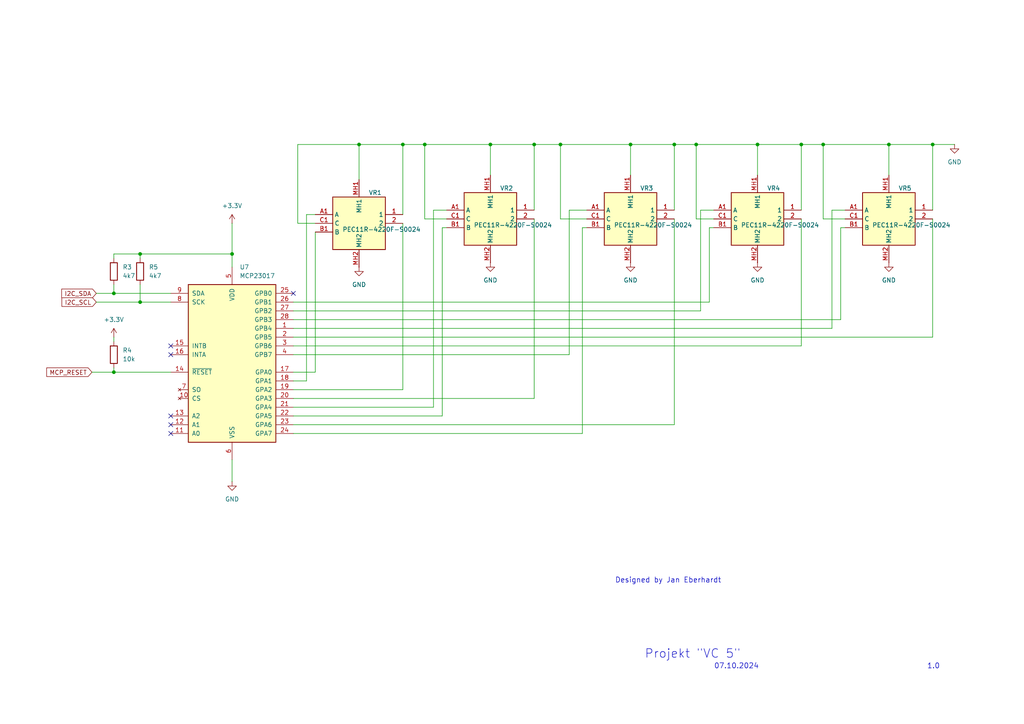
<source format=kicad_sch>
(kicad_sch (version 20231120) (generator "eeschema") (generator_version "8.0")
  (paper "A4")
  (lib_symbols
    (symbol "Device:R" (pin_numbers hide) (pin_names (offset 0))
      (property "Reference" "R" (at 2.032 0 90))
      (property "Value" "R" (at 0 0 90))
      (symbol "R_0_1"
        (rectangle (start -1.016 -2.54) (end 1.016 2.54) (stroke (width 0.254)))
      )
      (symbol "R_1_1"
        (pin passive line (at 0 3.81 270) (length 1.27) (name "~") (number "1"))
        (pin passive line (at 0 -3.81 90) (length 1.27) (name "~") (number "2"))
      )
    )
    (symbol "MCP2307_IO_expander:MCP23017" (pin_names (offset 1.016))
      (property "Reference" "U7" (at 2.1941 27.94 0))
      (property "Value" "MCP23017" (at 2.1941 25.4 0))
      (symbol "MCP23017_0_1"
        (rectangle (start -12.7 22.86) (end 12.7 -22.86) (stroke (width 0.254)) (fill (type background)))
      )
      (symbol "MCP23017_1_1"
        (pin bidirectional line (at 17.78 10.16 180) (length 5.08) (name "GPB4") (number "1"))
        (pin no_connect line (at -15.24 -10.16 0) (length 2.54) (name "CS") (number "10"))
        (pin input line (at -17.78 -20.32 0) (length 5.08) (name "A0") (number "11"))
        (pin input line (at -17.78 -17.78 0) (length 5.08) (name "A1") (number "12"))
        (pin input line (at -17.78 -15.24 0) (length 5.08) (name "A2") (number "13"))
        (pin input line (at -17.78 -2.54 0) (length 5.08) (name "~{RESET}") (number "14"))
        (pin tri_state line (at -17.78 5.08 0) (length 5.08) (name "INTB") (number "15"))
        (pin tri_state line (at -17.78 2.54 0) (length 5.08) (name "INTA") (number "16"))
        (pin bidirectional line (at 17.78 -2.54 180) (length 5.08) (name "GPA0") (number "17"))
        (pin bidirectional line (at 17.78 -5.08 180) (length 5.08) (name "GPA1") (number "18"))
        (pin bidirectional line (at 17.78 -7.62 180) (length 5.08) (name "GPA2") (number "19"))
        (pin bidirectional line (at 17.78 7.62 180) (length 5.08) (name "GPB5") (number "2"))
        (pin bidirectional line (at 17.78 -10.16 180) (length 5.08) (name "GPA3") (number "20"))
        (pin bidirectional line (at 17.78 -12.7 180) (length 5.08) (name "GPA4") (number "21"))
        (pin bidirectional line (at 17.78 -15.24 180) (length 5.08) (name "GPA5") (number "22"))
        (pin bidirectional line (at 17.78 -17.78 180) (length 5.08) (name "GPA6") (number "23"))
        (pin bidirectional line (at 17.78 -20.32 180) (length 5.08) (name "GPA7") (number "24"))
        (pin bidirectional line (at 17.78 20.32 180) (length 5.08) (name "GPB0") (number "25"))
        (pin bidirectional line (at 17.78 17.78 180) (length 5.08) (name "GPB1") (number "26"))
        (pin bidirectional line (at 17.78 15.24 180) (length 5.08) (name "GPB2") (number "27"))
        (pin bidirectional line (at 17.78 12.7 180) (length 5.08) (name "GPB3") (number "28"))
        (pin bidirectional line (at 17.78 5.08 180) (length 5.08) (name "GPB6") (number "3"))
        (pin bidirectional line (at 17.78 2.54 180) (length 5.08) (name "GPB7") (number "4"))
        (pin power_in line (at 0 27.94 270) (length 5.08) (name "VDD") (number "5"))
        (pin power_in line (at 0 -27.94 90) (length 5.08) (name "VSS") (number "6"))
        (pin no_connect line (at -15.24 -7.62 0) (length 2.54) (name "SO") (number "7"))
        (pin input line (at -17.78 17.78 0) (length 5.08) (name "SCK") (number "8"))
        (pin bidirectional line (at -17.78 20.32 0) (length 5.08) (name "SDA") (number "9"))
      )
    )
    (symbol "PEC11R-4220F-S0024:PEC11R-4220F-S0024"
      (property "Reference" "VR" (at 21.59 12.7 0))
      (property "Value" "PEC11R-4220F-S0024" (at 21.59 10.16 0))
      (symbol "PEC11R-4220F-S0024_1_1"
        (rectangle (start 5.08 7.62) (end 20.32 -7.62) (stroke (width 0.254)) (fill (type background)))
        (pin passive line (at 10.16 12.7 270) (length 5.08) (name "1") (number "1"))
        (pin passive line (at 12.7 12.7 270) (length 5.08) (name "2") (number "2"))
        (pin passive line (at 10.16 -12.7 90) (length 5.08) (name "A") (number "A1"))
        (pin passive line (at 15.24 -12.7 90) (length 5.08) (name "B") (number "B1"))
        (pin passive line (at 12.7 -12.7 90) (length 5.08) (name "C") (number "C1"))
        (pin passive line (at 0 0 0) (length 5.08) (name "MH1") (number "MH1"))
        (pin passive line (at 25.4 0 180) (length 5.08) (name "MH2") (number "MH2"))
      )
    )
    (symbol "power:+3.3V" (power) (pin_numbers hide) (pin_names (offset 0) hide)
      (property "Value" "+3.3V" (at 0 3.556 0))
      (symbol "+3.3V_0_1"
        (polyline (pts (xy -0.762 1.27) (xy 0 2.54)))
        (polyline (pts (xy 0 0) (xy 0 2.54)))
        (polyline (pts (xy 0 2.54) (xy 0.762 1.27)))
      )
      (symbol "+3.3V_1_1"
        (pin power_in line (at 0 0 90) (length 0) (name "~") (number "1"))
      )
    )
    (symbol "power:GND" (power) (pin_numbers hide) (pin_names (offset 0) hide)
      (property "Value" "GND" (at 0 -3.81 0))
      (symbol "GND_0_1"
        (polyline (pts (xy 0 0) (xy 0 -1.27) (xy 1.27 -1.27) (xy 0 -2.54) (xy -1.27 -1.27) (xy 0 -1.27)))
      )
      (symbol "GND_1_1"
        (pin power_in line (at 0 0 270) (length 0) (name "~") (number "1"))
      )
    )
  )
  (junction (at 238.76 41.91))
  (junction (at 40.64 73.66))
  (junction (at 257.81 41.91))
  (junction (at 219.71 41.91))
  (junction (at 123.19 41.91))
  (junction (at 270.51 41.91))
  (junction (at 33.02 107.95))
  (junction (at 67.31 73.66))
  (junction (at 182.88 41.91))
  (junction (at 232.41 41.91))
  (junction (at 201.93 41.91))
  (junction (at 142.24 41.91))
  (junction (at 154.94 41.91))
  (junction (at 33.02 85.09))
  (junction (at 104.14 41.91))
  (junction (at 162.56 41.91))
  (junction (at 40.64 87.63))
  (junction (at 195.58 41.91))
  (junction (at 116.84 41.91))
  (no_connect (at 49.53 120.65))
  (no_connect (at 85.09 85.09))
  (no_connect (at 49.53 100.33))
  (no_connect (at 49.53 102.87))
  (no_connect (at 49.53 123.19))
  (no_connect (at 49.53 125.73))
  (wire (pts (xy 85.09 97.79) (xy 270.51 97.79)))
  (wire (pts (xy 154.94 115.57) (xy 85.09 115.57)))
  (wire (pts (xy 142.24 41.91) (xy 154.94 41.91)))
  (wire (pts (xy 26.67 107.95) (xy 33.02 107.95)))
  (wire (pts (xy 86.36 64.77) (xy 86.36 41.91)))
  (wire (pts (xy 116.84 41.91) (xy 123.19 41.91)))
  (wire (pts (xy 203.2 90.17) (xy 85.09 90.17)))
  (wire (pts (xy 154.94 41.91) (xy 162.56 41.91)))
  (wire (pts (xy 241.3 95.25) (xy 85.09 95.25)))
  (wire (pts (xy 232.41 41.91) (xy 238.76 41.91)))
  (wire (pts (xy 85.09 110.49) (xy 88.9 110.49)))
  (wire (pts (xy 170.18 66.04) (xy 168.91 66.04)))
  (wire (pts (xy 125.73 60.96) (xy 125.73 118.11)))
  (wire (pts (xy 33.02 106.68) (xy 33.02 107.95)))
  (wire (pts (xy 91.44 64.77) (xy 86.36 64.77)))
  (wire (pts (xy 104.14 41.91) (xy 104.14 52.07)))
  (wire (pts (xy 162.56 63.5) (xy 162.56 41.91)))
  (wire (pts (xy 195.58 63.5) (xy 195.58 123.19)))
  (wire (pts (xy 270.51 63.5) (xy 270.51 97.79)))
  (wire (pts (xy 67.31 73.66) (xy 67.31 77.47)))
  (wire (pts (xy 40.64 82.55) (xy 40.64 87.63)))
  (wire (pts (xy 270.51 60.96) (xy 270.51 41.91)))
  (wire (pts (xy 129.54 63.5) (xy 123.19 63.5)))
  (wire (pts (xy 85.09 125.73) (xy 168.91 125.73)))
  (wire (pts (xy 33.02 85.09) (xy 27.94 85.09)))
  (wire (pts (xy 104.14 41.91) (xy 116.84 41.91)))
  (wire (pts (xy 195.58 60.96) (xy 195.58 41.91)))
  (wire (pts (xy 40.64 87.63) (xy 27.94 87.63)))
  (wire (pts (xy 85.09 120.65) (xy 128.27 120.65)))
  (wire (pts (xy 219.71 41.91) (xy 232.41 41.91)))
  (wire (pts (xy 154.94 63.5) (xy 154.94 115.57)))
  (wire (pts (xy 67.31 133.35) (xy 67.31 139.7)))
  (wire (pts (xy 165.1 102.87) (xy 85.09 102.87)))
  (wire (pts (xy 170.18 63.5) (xy 162.56 63.5)))
  (wire (pts (xy 123.19 41.91) (xy 123.19 63.5)))
  (wire (pts (xy 219.71 41.91) (xy 219.71 50.8)))
  (wire (pts (xy 40.64 73.66) (xy 40.64 74.93)))
  (wire (pts (xy 201.93 63.5) (xy 207.01 63.5)))
  (wire (pts (xy 33.02 97.79) (xy 33.02 99.06)))
  (wire (pts (xy 40.64 73.66) (xy 67.31 73.66)))
  (wire (pts (xy 85.09 118.11) (xy 125.73 118.11)))
  (wire (pts (xy 232.41 100.33) (xy 85.09 100.33)))
  (wire (pts (xy 154.94 60.96) (xy 154.94 41.91)))
  (wire (pts (xy 170.18 60.96) (xy 165.1 60.96)))
  (wire (pts (xy 129.54 60.96) (xy 125.73 60.96)))
  (wire (pts (xy 116.84 64.77) (xy 116.84 113.03)))
  (wire (pts (xy 116.84 41.91) (xy 116.84 62.23)))
  (wire (pts (xy 86.36 41.91) (xy 104.14 41.91)))
  (wire (pts (xy 165.1 60.96) (xy 165.1 102.87)))
  (wire (pts (xy 245.11 63.5) (xy 238.76 63.5)))
  (wire (pts (xy 168.91 66.04) (xy 168.91 125.73)))
  (wire (pts (xy 182.88 41.91) (xy 195.58 41.91)))
  (wire (pts (xy 182.88 41.91) (xy 182.88 50.8)))
  (wire (pts (xy 85.09 92.71) (xy 243.84 92.71)))
  (wire (pts (xy 207.01 66.04) (xy 205.74 66.04)))
  (wire (pts (xy 270.51 41.91) (xy 276.86 41.91)))
  (wire (pts (xy 243.84 66.04) (xy 243.84 92.71)))
  (wire (pts (xy 257.81 41.91) (xy 257.81 50.8)))
  (wire (pts (xy 129.54 66.04) (xy 128.27 66.04)))
  (wire (pts (xy 85.09 123.19) (xy 195.58 123.19)))
  (wire (pts (xy 88.9 62.23) (xy 88.9 110.49)))
  (wire (pts (xy 195.58 41.91) (xy 201.93 41.91)))
  (wire (pts (xy 203.2 60.96) (xy 203.2 90.17)))
  (wire (pts (xy 232.41 63.5) (xy 232.41 100.33)))
  (wire (pts (xy 116.84 113.03) (xy 85.09 113.03)))
  (wire (pts (xy 201.93 63.5) (xy 201.93 41.91)))
  (wire (pts (xy 33.02 107.95) (xy 49.53 107.95)))
  (wire (pts (xy 85.09 107.95) (xy 91.44 107.95)))
  (wire (pts (xy 162.56 41.91) (xy 182.88 41.91)))
  (wire (pts (xy 232.41 60.96) (xy 232.41 41.91)))
  (wire (pts (xy 33.02 82.55) (xy 33.02 85.09)))
  (wire (pts (xy 123.19 41.91) (xy 142.24 41.91)))
  (wire (pts (xy 257.81 41.91) (xy 270.51 41.91)))
  (wire (pts (xy 91.44 67.31) (xy 91.44 107.95)))
  (wire (pts (xy 142.24 41.91) (xy 142.24 50.8)))
  (wire (pts (xy 201.93 41.91) (xy 219.71 41.91)))
  (wire (pts (xy 33.02 73.66) (xy 40.64 73.66)))
  (wire (pts (xy 128.27 66.04) (xy 128.27 120.65)))
  (wire (pts (xy 245.11 60.96) (xy 241.3 60.96)))
  (wire (pts (xy 245.11 66.04) (xy 243.84 66.04)))
  (wire (pts (xy 85.09 87.63) (xy 205.74 87.63)))
  (wire (pts (xy 91.44 62.23) (xy 88.9 62.23)))
  (wire (pts (xy 241.3 60.96) (xy 241.3 95.25)))
  (wire (pts (xy 67.31 64.77) (xy 67.31 73.66)))
  (wire (pts (xy 49.53 87.63) (xy 40.64 87.63)))
  (wire (pts (xy 207.01 60.96) (xy 203.2 60.96)))
  (wire (pts (xy 238.76 63.5) (xy 238.76 41.91)))
  (wire (pts (xy 205.74 66.04) (xy 205.74 87.63)))
  (wire (pts (xy 238.76 41.91) (xy 257.81 41.91)))
  (wire (pts (xy 33.02 74.93) (xy 33.02 73.66)))
  (wire (pts (xy 49.53 85.09) (xy 33.02 85.09)))
  (text "Designed by Jan Eberhardt" (at 193.802 168.402 0) (effects (font (size 1.5 1.5))))
  (text "07.10.2024" (at 213.614 193.294 0) (effects (font (size 1.5 1.5))))
  (text "1.0" (at 270.764 193.294 0) (effects (font (size 1.5 1.5))))
  (text "Projekt \"VC 5\"" (at 200.914 189.738 0) (effects (font (size 2.5 2.5))))
  (global_label "MCP_RESET" (shape input) (at 26.67 107.95 180) (property "Intersheetrefs" "${INTERSHEET_REFS}" (effects (hide yes))))
  (global_label "I2C_SCL" (shape input) (at 27.94 87.63 180) (property "Intersheetrefs" "${INTERSHEET_REFS}" (effects (hide yes))))
  (global_label "I2C_SDA" (shape input) (at 27.94 85.09 180) (property "Intersheetrefs" "${INTERSHEET_REFS}" (effects (hide yes))))
  (symbol (lib_id "PEC11R-4220F-S0024:PEC11R-4220F-S0024") (at 257.81 50.8 270) (unit 1)
    (property "Reference" "VR5" (at 260.604 54.61 90) (effects (justify left)))
    (property "Value" "PEC11R-4220F-S0024" (at 252.984 65.278 90) (effects (justify left)))
    (property "Footprint" "Bourns_PEC11R:PEC11R4220FS0024" (effects (hide yes)))
    (property "Datasheet" "https://www.bourns.com/docs/Product-Datasheets/PEC11R.pdf" (effects (hide yes)))
    (property "Description" "Bourns 24 Pulse Incremental Mechanical Rotary Encoder with a 6 mm Flat Shaft (Not Indexed), Through Hole" (effects (hide yes)))
    (property "Height" "27.5" (effects (hide yes)))
    (property "Manufacturer_Name" "Bourns" (effects (hide yes)))
    (property "Manufacturer_Part_Number" "PEC11R-4220F-S0024" (effects (hide yes)))
    (property "Mouser Part Number" "652-PEC11R-4220F-S24" (effects (hide yes)))
    (property "Mouser Price/Stock" "https://www.mouser.co.uk/ProductDetail/Bourns/PEC11R-4220F-S0024?qs=Zq5ylnUbLm6NGsQdib%2Ffbw%3D%3D" (effects (hide yes)))
    (property "Arrow Part Number" "PEC11R-4220F-S0024" (effects (hide yes)))
    (property "Arrow Price/Stock" "https://www.arrow.com/en/products/pec11r-4220f-s0024/bourns?utm_currency=USD&region=nac" (effects (hide yes)))
  )
  (symbol (lib_id "MCP2307_IO_expander:MCP23017") (at 67.31 105.41 0) (unit 1)
    (property "Reference" "U7" (at 69.5041 77.47 0) (effects (justify left)))
    (property "Value" "MCP23017" (at 69.5041 80.01 0) (effects (justify left)))
    (property "Footprint" "MCP23017_IO_expander:MCP23017_IO_expander" (effects (hide yes)))
    (property "Datasheet" "https://www.waveshare.com/wiki/MCP23017_IO_Expansion_Board" (effects (hide yes)))
    (property "Description" "16-bit I/O expander, I2C, interrupts, w pull-ups, QFN-28" (effects (hide yes)))
  )
  (symbol (lib_id "PEC11R-4220F-S0024:PEC11R-4220F-S0024") (at 104.14 52.07 270) (unit 1)
    (property "Reference" "VR1" (at 106.934 55.88 90) (effects (justify left)))
    (property "Value" "PEC11R-4220F-S0024" (at 99.314 66.548 90) (effects (justify left)))
    (property "Footprint" "Bourns_PEC11R:PEC11R4220FS0024" (effects (hide yes)))
    (property "Datasheet" "https://www.bourns.com/docs/Product-Datasheets/PEC11R.pdf" (effects (hide yes)))
    (property "Description" "Bourns 24 Pulse Incremental Mechanical Rotary Encoder with a 6 mm Flat Shaft (Not Indexed), Through Hole" (effects (hide yes)))
    (property "Height" "27.5" (effects (hide yes)))
    (property "Manufacturer_Name" "Bourns" (effects (hide yes)))
    (property "Manufacturer_Part_Number" "PEC11R-4220F-S0024" (effects (hide yes)))
    (property "Mouser Part Number" "652-PEC11R-4220F-S24" (effects (hide yes)))
    (property "Mouser Price/Stock" "https://www.mouser.co.uk/ProductDetail/Bourns/PEC11R-4220F-S0024?qs=Zq5ylnUbLm6NGsQdib%2Ffbw%3D%3D" (effects (hide yes)))
    (property "Arrow Part Number" "PEC11R-4220F-S0024" (effects (hide yes)))
    (property "Arrow Price/Stock" "https://www.arrow.com/en/products/pec11r-4220f-s0024/bourns?utm_currency=USD&region=nac" (effects (hide yes)))
  )
  (symbol (lib_id "power:GND") (at 257.81 76.2 0) (unit 1)
    (property "Reference" "#PWR024" (effects (hide yes)))
    (property "Value" "GND" (at 257.81 81.28 0))
    (property "Description" "Power symbol creates a global label with name \"GND\" , ground" (effects (hide yes)))
  )
  (symbol (lib_id "power:GND") (at 104.14 77.47 0) (unit 1)
    (property "Reference" "#PWR020" (effects (hide yes)))
    (property "Value" "GND" (at 104.14 82.55 0))
    (property "Description" "Power symbol creates a global label with name \"GND\" , ground" (effects (hide yes)))
  )
  (symbol (lib_id "PEC11R-4220F-S0024:PEC11R-4220F-S0024") (at 182.88 50.8 270) (unit 1)
    (property "Reference" "VR3" (at 185.674 54.61 90) (effects (justify left)))
    (property "Value" "PEC11R-4220F-S0024" (at 178.054 65.278 90) (effects (justify left)))
    (property "Footprint" "Bourns_PEC11R:PEC11R4220FS0024" (effects (hide yes)))
    (property "Datasheet" "https://www.bourns.com/docs/Product-Datasheets/PEC11R.pdf" (effects (hide yes)))
    (property "Description" "Bourns 24 Pulse Incremental Mechanical Rotary Encoder with a 6 mm Flat Shaft (Not Indexed), Through Hole" (effects (hide yes)))
    (property "Height" "27.5" (effects (hide yes)))
    (property "Manufacturer_Name" "Bourns" (effects (hide yes)))
    (property "Manufacturer_Part_Number" "PEC11R-4220F-S0024" (effects (hide yes)))
    (property "Mouser Part Number" "652-PEC11R-4220F-S24" (effects (hide yes)))
    (property "Mouser Price/Stock" "https://www.mouser.co.uk/ProductDetail/Bourns/PEC11R-4220F-S0024?qs=Zq5ylnUbLm6NGsQdib%2Ffbw%3D%3D" (effects (hide yes)))
    (property "Arrow Part Number" "PEC11R-4220F-S0024" (effects (hide yes)))
    (property "Arrow Price/Stock" "https://www.arrow.com/en/products/pec11r-4220f-s0024/bourns?utm_currency=USD&region=nac" (effects (hide yes)))
  )
  (symbol (lib_id "PEC11R-4220F-S0024:PEC11R-4220F-S0024") (at 219.71 50.8 270) (unit 1)
    (property "Reference" "VR4" (at 222.504 54.61 90) (effects (justify left)))
    (property "Value" "PEC11R-4220F-S0024" (at 214.884 65.278 90) (effects (justify left)))
    (property "Footprint" "Bourns_PEC11R:PEC11R4220FS0024" (effects (hide yes)))
    (property "Datasheet" "https://www.bourns.com/docs/Product-Datasheets/PEC11R.pdf" (effects (hide yes)))
    (property "Description" "Bourns 24 Pulse Incremental Mechanical Rotary Encoder with a 6 mm Flat Shaft (Not Indexed), Through Hole" (effects (hide yes)))
    (property "Height" "27.5" (effects (hide yes)))
    (property "Manufacturer_Name" "Bourns" (effects (hide yes)))
    (property "Manufacturer_Part_Number" "PEC11R-4220F-S0024" (effects (hide yes)))
    (property "Mouser Part Number" "652-PEC11R-4220F-S24" (effects (hide yes)))
    (property "Mouser Price/Stock" "https://www.mouser.co.uk/ProductDetail/Bourns/PEC11R-4220F-S0024?qs=Zq5ylnUbLm6NGsQdib%2Ffbw%3D%3D" (effects (hide yes)))
    (property "Arrow Part Number" "PEC11R-4220F-S0024" (effects (hide yes)))
    (property "Arrow Price/Stock" "https://www.arrow.com/en/products/pec11r-4220f-s0024/bourns?utm_currency=USD&region=nac" (effects (hide yes)))
  )
  (symbol (lib_id "power:GND") (at 276.86 41.91 0) (unit 1)
    (property "Reference" "#PWR019" (effects (hide yes)))
    (property "Value" "GND" (at 276.86 46.99 0))
    (property "Description" "Power symbol creates a global label with name \"GND\" , ground" (effects (hide yes)))
  )
  (symbol (lib_id "power:+3.3V") (at 33.02 97.79 0) (unit 1)
    (property "Reference" "#PWR016" (effects (hide yes)))
    (property "Value" "+3.3V" (at 33.02 92.71 0))
    (property "Description" "Power symbol creates a global label with name \"+3.3V\"" (effects (hide yes)))
  )
  (symbol (lib_id "PEC11R-4220F-S0024:PEC11R-4220F-S0024") (at 142.24 50.8 270) (unit 1)
    (property "Reference" "VR2" (at 145.034 54.61 90) (effects (justify left)))
    (property "Value" "PEC11R-4220F-S0024" (at 137.414 65.278 90) (effects (justify left)))
    (property "Footprint" "Bourns_PEC11R:PEC11R4220FS0024" (effects (hide yes)))
    (property "Datasheet" "https://www.bourns.com/docs/Product-Datasheets/PEC11R.pdf" (effects (hide yes)))
    (property "Description" "Bourns 24 Pulse Incremental Mechanical Rotary Encoder with a 6 mm Flat Shaft (Not Indexed), Through Hole" (effects (hide yes)))
    (property "Height" "27.5" (effects (hide yes)))
    (property "Manufacturer_Name" "Bourns" (effects (hide yes)))
    (property "Manufacturer_Part_Number" "PEC11R-4220F-S0024" (effects (hide yes)))
    (property "Mouser Part Number" "652-PEC11R-4220F-S24" (effects (hide yes)))
    (property "Mouser Price/Stock" "https://www.mouser.co.uk/ProductDetail/Bourns/PEC11R-4220F-S0024?qs=Zq5ylnUbLm6NGsQdib%2Ffbw%3D%3D" (effects (hide yes)))
    (property "Arrow Part Number" "PEC11R-4220F-S0024" (effects (hide yes)))
    (property "Arrow Price/Stock" "https://www.arrow.com/en/products/pec11r-4220f-s0024/bourns?utm_currency=USD&region=nac" (effects (hide yes)))
  )
  (symbol (lib_id "power:+3.3V") (at 67.31 64.77 0) (unit 1)
    (property "Reference" "#PWR017" (effects (hide yes)))
    (property "Value" "+3.3V" (at 67.31 59.69 0))
    (property "Description" "Power symbol creates a global label with name \"+3.3V\"" (effects (hide yes)))
  )
  (symbol (lib_id "Device:R") (at 33.02 78.74 0) (unit 1)
    (property "Reference" "R3" (at 35.56 77.4699 0) (effects (justify left)))
    (property "Value" "4k7" (at 35.56 80.0099 0) (effects (justify left)))
    (property "Footprint" "Resistor_THT:R_Axial_DIN0207_L6.3mm_D2.5mm_P10.16mm_Horizontal" (effects (hide yes)))
    (property "Description" "Resistor" (effects (hide yes)))
  )
  (symbol (lib_id "Device:R") (at 33.02 102.87 0) (unit 1)
    (property "Reference" "R4" (at 35.56 101.5999 0) (effects (justify left)))
    (property "Value" "10k" (at 35.56 104.1399 0) (effects (justify left)))
    (property "Footprint" "Resistor_THT:R_Axial_DIN0207_L6.3mm_D2.5mm_P10.16mm_Horizontal" (effects (hide yes)))
    (property "Description" "Resistor" (effects (hide yes)))
  )
  (symbol (lib_id "Device:R") (at 40.64 78.74 0) (unit 1)
    (property "Reference" "R5" (at 43.18 77.4699 0) (effects (justify left)))
    (property "Value" "4k7" (at 43.18 80.0099 0) (effects (justify left)))
    (property "Footprint" "Resistor_THT:R_Axial_DIN0207_L6.3mm_D2.5mm_P10.16mm_Horizontal" (effects (hide yes)))
    (property "Description" "Resistor" (effects (hide yes)))
  )
  (symbol (lib_id "power:GND") (at 142.24 76.2 0) (unit 1)
    (property "Reference" "#PWR021" (effects (hide yes)))
    (property "Value" "GND" (at 142.24 81.28 0))
    (property "Description" "Power symbol creates a global label with name \"GND\" , ground" (effects (hide yes)))
  )
  (symbol (lib_id "power:GND") (at 67.31 139.7 0) (unit 1)
    (property "Reference" "#PWR018" (effects (hide yes)))
    (property "Value" "GND" (at 67.31 144.78 0))
    (property "Description" "Power symbol creates a global label with name \"GND\" , ground" (effects (hide yes)))
  )
  (symbol (lib_id "power:GND") (at 182.88 76.2 0) (unit 1)
    (property "Reference" "#PWR022" (effects (hide yes)))
    (property "Value" "GND" (at 182.88 81.28 0))
    (property "Description" "Power symbol creates a global label with name \"GND\" , ground" (effects (hide yes)))
  )
  (symbol (lib_id "power:GND") (at 219.71 76.2 0) (unit 1)
    (property "Reference" "#PWR023" (effects (hide yes)))
    (property "Value" "GND" (at 219.71 81.28 0))
    (property "Description" "Power symbol creates a global label with name \"GND\" , ground" (effects (hide yes)))
  )
)
</source>
